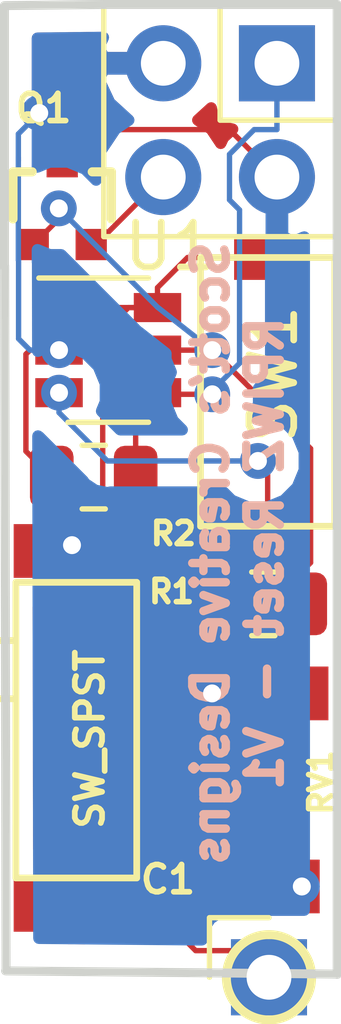
<source format=kicad_pcb>
(kicad_pcb (version 20171130) (host pcbnew "(5.0.1)-rc2")

  (general
    (thickness 1.6)
    (drawings 8)
    (tracks 102)
    (zones 0)
    (modules 10)
    (nets 8)
  )

  (page A4)
  (layers
    (0 F.Cu signal hide)
    (31 B.Cu signal hide)
    (32 B.Adhes user)
    (33 F.Adhes user)
    (34 B.Paste user)
    (35 F.Paste user)
    (36 B.SilkS user hide)
    (37 F.SilkS user)
    (38 B.Mask user)
    (39 F.Mask user)
    (40 Dwgs.User user)
    (41 Cmts.User user)
    (42 Eco1.User user)
    (43 Eco2.User user)
    (44 Edge.Cuts user)
    (45 Margin user)
    (46 B.CrtYd user)
    (47 F.CrtYd user)
    (48 B.Fab user)
    (49 F.Fab user)
  )

  (setup
    (last_trace_width 0.12)
    (trace_clearance 0.15)
    (zone_clearance 0.508)
    (zone_45_only no)
    (trace_min 0.1)
    (segment_width 0.2)
    (edge_width 0.15)
    (via_size 0.8)
    (via_drill 0.4)
    (via_min_size 0.4)
    (via_min_drill 0.3)
    (uvia_size 0.3)
    (uvia_drill 0.1)
    (uvias_allowed no)
    (uvia_min_size 0.2)
    (uvia_min_drill 0.1)
    (pcb_text_width 0.3)
    (pcb_text_size 1.5 1.5)
    (mod_edge_width 0.15)
    (mod_text_size 1 1)
    (mod_text_width 0.15)
    (pad_size 1.524 1.524)
    (pad_drill 0.762)
    (pad_to_mask_clearance 0.051)
    (solder_mask_min_width 0.25)
    (aux_axis_origin 0 0)
    (visible_elements 7FFFFFFF)
    (pcbplotparams
      (layerselection 0x010fc_ffffffff)
      (usegerberextensions false)
      (usegerberattributes false)
      (usegerberadvancedattributes false)
      (creategerberjobfile false)
      (excludeedgelayer true)
      (linewidth 0.100000)
      (plotframeref false)
      (viasonmask false)
      (mode 1)
      (useauxorigin false)
      (hpglpennumber 1)
      (hpglpenspeed 20)
      (hpglpendiameter 15.000000)
      (psnegative false)
      (psa4output false)
      (plotreference true)
      (plotvalue true)
      (plotinvisibletext false)
      (padsonsilk false)
      (subtractmaskfromsilk false)
      (outputformat 1)
      (mirror false)
      (drillshape 0)
      (scaleselection 1)
      (outputdirectory "Gerber/"))
  )

  (net 0 "")
  (net 1 GND)
  (net 2 +5V)
  (net 3 /GPIO26)
  (net 4 /RUN)
  (net 5 "Net-(RV1-Pad1)")
  (net 6 "Net-(J2-Pad1)")
  (net 7 "Net-(Q1-Pad1)")

  (net_class Default "This is the default net class."
    (clearance 0.15)
    (trace_width 0.12)
    (via_dia 0.8)
    (via_drill 0.4)
    (uvia_dia 0.3)
    (uvia_drill 0.1)
    (add_net +5V)
    (add_net /GPIO26)
    (add_net /RUN)
    (add_net GND)
    (add_net "Net-(J2-Pad1)")
    (add_net "Net-(Q1-Pad1)")
    (add_net "Net-(RV1-Pad1)")
  )

  (module EbayParts:Tact_SMD_Switch (layer F.Cu) (tedit 5BB9AD08) (tstamp 5C1F0D33)
    (at 149.36216 74.00544 90)
    (path /5BF4F7ED)
    (fp_text reference SW1 (at 3.3965 -1.373 90) (layer F.SilkS)
      (effects (font (size 1 1) (thickness 0.15)))
    )
    (fp_text value SW_Push (at 3 -5 90) (layer F.Fab)
      (effects (font (size 1 1) (thickness 0.15)))
    )
    (fp_line (start 0 -3) (end 0 0) (layer F.SilkS) (width 0.15))
    (fp_line (start 6 -3) (end 0 -3) (layer F.SilkS) (width 0.15))
    (fp_line (start 6 0) (end 6 -3) (layer F.SilkS) (width 0.15))
    (fp_line (start 0 0) (end 6 0) (layer F.SilkS) (width 0.15))
    (pad 1 smd rect (at 0 -1.5 90) (size 1 1.5) (layers F.Cu F.Paste F.Mask)
      (net 5 "Net-(RV1-Pad1)"))
    (pad 2 smd rect (at 6 -1.5 90) (size 1 1.5) (layers F.Cu F.Paste F.Mask)
      (net 2 +5V))
  )

  (module Capacitors:0805 (layer F.Cu) (tedit 5BF4E046) (tstamp 5BF4E0E0)
    (at 147.7264 82.04708 180)
    (descr "GENERIC 2012 (0805) PACKAGE")
    (tags "GENERIC 2012 (0805) PACKAGE")
    (path /5BF4DE0C)
    (attr smd)
    (fp_text reference C1 (at 2.09296 0.15748 180) (layer F.SilkS)
      (effects (font (size 0.6096 0.6096) (thickness 0.127)))
    )
    (fp_text value C_Small (at 0 1.27 180) (layer F.SilkS) hide
      (effects (font (size 0.6096 0.6096) (thickness 0.127)))
    )
    (fp_line (start -1.4986 0.79756) (end -1.4986 -0.79756) (layer F.CrtYd) (width 0.0508))
    (fp_line (start 1.4986 0.79756) (end -1.4986 0.79756) (layer F.CrtYd) (width 0.0508))
    (fp_line (start 1.4986 -0.79756) (end 1.4986 0.79756) (layer F.CrtYd) (width 0.0508))
    (fp_line (start -1.4986 -0.79756) (end 1.4986 -0.79756) (layer F.CrtYd) (width 0.0508))
    (pad 2 smd rect (at 0.89916 0 180) (size 0.79756 1.19888) (layers F.Cu F.Paste F.Mask)
      (net 2 +5V) (solder_mask_margin 0.1016))
    (pad 1 smd rect (at -0.89916 0 180) (size 0.79756 1.19888) (layers F.Cu F.Paste F.Mask)
      (net 1 GND) (solder_mask_margin 0.1016))
  )

  (module Resistor_SMD:R_0805_2012Metric (layer F.Cu) (tedit 5BF50058) (tstamp 5BF4E13F)
    (at 147.76474 75.73772 180)
    (descr "Resistor SMD 0805 (2012 Metric), square (rectangular) end terminal, IPC_7351 nominal, (Body size source: https://docs.google.com/spreadsheets/d/1BsfQQcO9C6DZCsRaXUlFlo91Tg2WpOkGARC1WS5S8t0/edit?usp=sharing), generated with kicad-footprint-generator")
    (tags resistor)
    (path /5BF4DBBF)
    (attr smd)
    (fp_text reference R1 (at 2.05002 0.27432) (layer F.SilkS)
      (effects (font (size 0.5 0.5) (thickness 0.125)))
    )
    (fp_text value R (at 0 1.65 180) (layer F.Fab)
      (effects (font (size 1 1) (thickness 0.15)))
    )
    (fp_text user %R (at 0 0 180) (layer F.Fab)
      (effects (font (size 0.5 0.5) (thickness 0.08)))
    )
    (fp_line (start 1.68 0.95) (end -1.68 0.95) (layer F.CrtYd) (width 0.05))
    (fp_line (start 1.68 -0.95) (end 1.68 0.95) (layer F.CrtYd) (width 0.05))
    (fp_line (start -1.68 -0.95) (end 1.68 -0.95) (layer F.CrtYd) (width 0.05))
    (fp_line (start -1.68 0.95) (end -1.68 -0.95) (layer F.CrtYd) (width 0.05))
    (fp_line (start -0.258578 0.71) (end 0.258578 0.71) (layer F.SilkS) (width 0.12))
    (fp_line (start -0.258578 -0.71) (end 0.258578 -0.71) (layer F.SilkS) (width 0.12))
    (fp_line (start 1 0.6) (end -1 0.6) (layer F.Fab) (width 0.1))
    (fp_line (start 1 -0.6) (end 1 0.6) (layer F.Fab) (width 0.1))
    (fp_line (start -1 -0.6) (end 1 -0.6) (layer F.Fab) (width 0.1))
    (fp_line (start -1 0.6) (end -1 -0.6) (layer F.Fab) (width 0.1))
    (pad 2 smd roundrect (at 0.9375 0 180) (size 0.975 1.4) (layers F.Cu F.Paste F.Mask) (roundrect_rratio 0.25)
      (net 2 +5V))
    (pad 1 smd roundrect (at -0.9375 0 180) (size 0.975 1.4) (layers F.Cu F.Paste F.Mask) (roundrect_rratio 0.25)
      (net 7 "Net-(Q1-Pad1)"))
    (model ${KISYS3DMOD}/Resistor_SMD.3dshapes/R_0805_2012Metric.wrl
      (at (xyz 0 0 0))
      (scale (xyz 1 1 1))
      (rotate (xyz 0 0 0))
    )
  )

  (module Resistor_SMD:R_0805_2012Metric (layer F.Cu) (tedit 5BF4E19A) (tstamp 5BF4E150)
    (at 143.97506 72.90816)
    (descr "Resistor SMD 0805 (2012 Metric), square (rectangular) end terminal, IPC_7351 nominal, (Body size source: https://docs.google.com/spreadsheets/d/1BsfQQcO9C6DZCsRaXUlFlo91Tg2WpOkGARC1WS5S8t0/edit?usp=sharing), generated with kicad-footprint-generator")
    (tags resistor)
    (path /5BF4E00B)
    (attr smd)
    (fp_text reference R2 (at 1.7803 1.25984) (layer F.SilkS)
      (effects (font (size 0.5 0.5) (thickness 0.125)))
    )
    (fp_text value R (at 0 1.65) (layer F.Fab)
      (effects (font (size 1 1) (thickness 0.15)))
    )
    (fp_text user %R (at 0 0) (layer F.Fab)
      (effects (font (size 0.5 0.5) (thickness 0.08)))
    )
    (fp_line (start 1.68 0.95) (end -1.68 0.95) (layer F.CrtYd) (width 0.05))
    (fp_line (start 1.68 -0.95) (end 1.68 0.95) (layer F.CrtYd) (width 0.05))
    (fp_line (start -1.68 -0.95) (end 1.68 -0.95) (layer F.CrtYd) (width 0.05))
    (fp_line (start -1.68 0.95) (end -1.68 -0.95) (layer F.CrtYd) (width 0.05))
    (fp_line (start -0.258578 0.71) (end 0.258578 0.71) (layer F.SilkS) (width 0.12))
    (fp_line (start -0.258578 -0.71) (end 0.258578 -0.71) (layer F.SilkS) (width 0.12))
    (fp_line (start 1 0.6) (end -1 0.6) (layer F.Fab) (width 0.1))
    (fp_line (start 1 -0.6) (end 1 0.6) (layer F.Fab) (width 0.1))
    (fp_line (start -1 -0.6) (end 1 -0.6) (layer F.Fab) (width 0.1))
    (fp_line (start -1 0.6) (end -1 -0.6) (layer F.Fab) (width 0.1))
    (pad 2 smd roundrect (at 0.9375 0) (size 0.975 1.4) (layers F.Cu F.Paste F.Mask) (roundrect_rratio 0.25)
      (net 3 /GPIO26))
    (pad 1 smd roundrect (at -0.9375 0) (size 0.975 1.4) (layers F.Cu F.Paste F.Mask) (roundrect_rratio 0.25)
      (net 1 GND))
    (model ${KISYS3DMOD}/Resistor_SMD.3dshapes/R_0805_2012Metric.wrl
      (at (xyz 0 0 0))
      (scale (xyz 1 1 1))
      (rotate (xyz 0 0 0))
    )
  )

  (module CustomFP:Bourns_TC33X-2 (layer F.Cu) (tedit 5BF50069) (tstamp 5BF50EE8)
    (at 147.61972 80.137 180)
    (path /5BF4D368)
    (fp_text reference RV1 (at -1.43256 0.41148 270) (layer F.SilkS)
      (effects (font (size 0.5 0.5) (thickness 0.125)))
    )
    (fp_text value R_POT (at 0 -4.8 180) (layer F.Fab)
      (effects (font (size 1 1) (thickness 0.15)))
    )
    (pad 3 smd rect (at -1 2.4 180) (size 1.2 1.2) (layers F.Cu F.Paste F.Mask))
    (pad 2 smd rect (at 1 2.4 180) (size 1.2 1.2) (layers F.Cu F.Paste F.Mask)
      (net 1 GND))
    (pad 1 smd rect (at 0 0 180) (size 1.6 1.5) (layers F.Cu F.Paste F.Mask)
      (net 5 "Net-(RV1-Pad1)"))
  )

  (module Package_TO_SOT_SMD:SOT-23-6 (layer F.Cu) (tedit 5A02FF57) (tstamp 5C1F15C2)
    (at 144.30012 70.07352)
    (descr "6-pin SOT-23 package")
    (tags SOT-23-6)
    (path /5BF60E19)
    (attr smd)
    (fp_text reference U1 (at 1.37396 -2.3114 180) (layer F.SilkS)
      (effects (font (size 1 1) (thickness 0.15)))
    )
    (fp_text value TPL5111 (at 0 2.9) (layer F.Fab)
      (effects (font (size 1 1) (thickness 0.15)))
    )
    (fp_text user %R (at 0 0 90) (layer F.Fab)
      (effects (font (size 0.5 0.5) (thickness 0.075)))
    )
    (fp_line (start -0.9 1.61) (end 0.9 1.61) (layer F.SilkS) (width 0.12))
    (fp_line (start 0.9 -1.61) (end -1.55 -1.61) (layer F.SilkS) (width 0.12))
    (fp_line (start 1.9 -1.8) (end -1.9 -1.8) (layer F.CrtYd) (width 0.05))
    (fp_line (start 1.9 1.8) (end 1.9 -1.8) (layer F.CrtYd) (width 0.05))
    (fp_line (start -1.9 1.8) (end 1.9 1.8) (layer F.CrtYd) (width 0.05))
    (fp_line (start -1.9 -1.8) (end -1.9 1.8) (layer F.CrtYd) (width 0.05))
    (fp_line (start -0.9 -0.9) (end -0.25 -1.55) (layer F.Fab) (width 0.1))
    (fp_line (start 0.9 -1.55) (end -0.25 -1.55) (layer F.Fab) (width 0.1))
    (fp_line (start -0.9 -0.9) (end -0.9 1.55) (layer F.Fab) (width 0.1))
    (fp_line (start 0.9 1.55) (end -0.9 1.55) (layer F.Fab) (width 0.1))
    (fp_line (start 0.9 -1.55) (end 0.9 1.55) (layer F.Fab) (width 0.1))
    (pad 1 smd rect (at -1.1 -0.95) (size 1.06 0.65) (layers F.Cu F.Paste F.Mask)
      (net 2 +5V))
    (pad 2 smd rect (at -1.1 0) (size 1.06 0.65) (layers F.Cu F.Paste F.Mask)
      (net 1 GND))
    (pad 3 smd rect (at -1.1 0.95) (size 1.06 0.65) (layers F.Cu F.Paste F.Mask)
      (net 5 "Net-(RV1-Pad1)"))
    (pad 4 smd rect (at 1.1 0.95) (size 1.06 0.65) (layers F.Cu F.Paste F.Mask)
      (net 3 /GPIO26))
    (pad 6 smd rect (at 1.1 -0.95) (size 1.06 0.65) (layers F.Cu F.Paste F.Mask)
      (net 2 +5V))
    (pad 5 smd rect (at 1.1 0) (size 1.06 0.65) (layers F.Cu F.Paste F.Mask)
      (net 7 "Net-(Q1-Pad1)"))
    (model ${KISYS3DMOD}/Package_TO_SOT_SMD.3dshapes/SOT-23-6.wrl
      (at (xyz 0 0 0))
      (scale (xyz 1 1 1))
      (rotate (xyz 0 0 0))
    )
  )

  (module Connector_PinHeader_2.54mm:PinHeader_2x02_P2.54mm_Vertical (layer F.Cu) (tedit 5BF4E187) (tstamp 5C11F43C)
    (at 148.0693 63.67018 270)
    (descr "Through hole straight pin header, 2x02, 2.54mm pitch, double rows")
    (tags "Through hole pin header THT 2x02 2.54mm double row")
    (path /5BF58F0D)
    (fp_text reference J1 (at 1.27 -2.33 270) (layer F.SilkS) hide
      (effects (font (size 1 1) (thickness 0.15)))
    )
    (fp_text value RPI_Conn (at -2.56794 1.62814) (layer F.Fab)
      (effects (font (size 1 1) (thickness 0.15)))
    )
    (fp_line (start 0 -1.27) (end 3.81 -1.27) (layer F.Fab) (width 0.1))
    (fp_line (start 3.81 -1.27) (end 3.81 3.81) (layer F.Fab) (width 0.1))
    (fp_line (start 3.81 3.81) (end -1.27 3.81) (layer F.Fab) (width 0.1))
    (fp_line (start -1.27 3.81) (end -1.27 0) (layer F.Fab) (width 0.1))
    (fp_line (start -1.27 0) (end 0 -1.27) (layer F.Fab) (width 0.1))
    (fp_line (start -1.33 3.87) (end 3.87 3.87) (layer F.SilkS) (width 0.12))
    (fp_line (start -1.33 1.27) (end -1.33 3.87) (layer F.SilkS) (width 0.12))
    (fp_line (start 3.87 -1.33) (end 3.87 3.87) (layer F.SilkS) (width 0.12))
    (fp_line (start -1.33 1.27) (end 1.27 1.27) (layer F.SilkS) (width 0.12))
    (fp_line (start 1.27 1.27) (end 1.27 -1.33) (layer F.SilkS) (width 0.12))
    (fp_line (start 1.27 -1.33) (end 3.87 -1.33) (layer F.SilkS) (width 0.12))
    (fp_line (start -1.33 0) (end -1.33 -1.33) (layer F.SilkS) (width 0.12))
    (fp_line (start -1.33 -1.33) (end 0 -1.33) (layer F.SilkS) (width 0.12))
    (fp_line (start -1.8 -1.8) (end -1.8 4.35) (layer F.CrtYd) (width 0.05))
    (fp_line (start -1.8 4.35) (end 4.35 4.35) (layer F.CrtYd) (width 0.05))
    (fp_line (start 4.35 4.35) (end 4.35 -1.8) (layer F.CrtYd) (width 0.05))
    (fp_line (start 4.35 -1.8) (end -1.8 -1.8) (layer F.CrtYd) (width 0.05))
    (fp_text user %R (at 1.27 1.27) (layer F.Fab)
      (effects (font (size 1 1) (thickness 0.15)))
    )
    (pad 1 thru_hole rect (at 0 0 270) (size 1.7 1.7) (drill 1) (layers *.Cu *.Mask)
      (net 3 /GPIO26))
    (pad 2 thru_hole oval (at 2.54 0 270) (size 1.7 1.7) (drill 1) (layers *.Cu *.Mask)
      (net 1 GND))
    (pad 3 thru_hole oval (at 0 2.54 270) (size 1.7 1.7) (drill 1) (layers *.Cu *.Mask)
      (net 1 GND))
    (pad 4 thru_hole oval (at 2.54 2.54 270) (size 1.7 1.7) (drill 1) (layers *.Cu *.Mask)
      (net 4 /RUN))
    (model ${KISYS3DMOD}/Connector_PinHeader_2.54mm.3dshapes/PinHeader_2x02_P2.54mm_Vertical.wrl
      (at (xyz 0 0 0))
      (scale (xyz 1 1 1))
      (rotate (xyz 0 0 0))
    )
  )

  (module Connector_PinHeader_2.54mm:PinHeader_1x01_P2.54mm_Vertical (layer F.Cu) (tedit 5BF50071) (tstamp 5C11F785)
    (at 147.8915 84.074)
    (descr "Through hole straight pin header, 1x01, 2.54mm pitch, single row")
    (tags "Through hole pin header THT 1x01 2.54mm single row")
    (path /5BF4DFAA)
    (fp_text reference J2 (at 2.66446 -1.03124) (layer F.SilkS) hide
      (effects (font (size 1 1) (thickness 0.15)))
    )
    (fp_text value Conn_01x01 (at 0 2.33) (layer F.Fab)
      (effects (font (size 1 1) (thickness 0.15)))
    )
    (fp_line (start -0.635 -1.27) (end 1.27 -1.27) (layer F.Fab) (width 0.1))
    (fp_line (start 1.27 -1.27) (end 1.27 1.27) (layer F.Fab) (width 0.1))
    (fp_line (start 1.27 1.27) (end -1.27 1.27) (layer F.Fab) (width 0.1))
    (fp_line (start -1.27 1.27) (end -1.27 -0.635) (layer F.Fab) (width 0.1))
    (fp_line (start -1.27 -0.635) (end -0.635 -1.27) (layer F.Fab) (width 0.1))
    (fp_line (start -1.33 1.33) (end 1.33 1.33) (layer F.SilkS) (width 0.12))
    (fp_line (start -1.33 1.27) (end -1.33 1.33) (layer F.SilkS) (width 0.12))
    (fp_line (start 1.33 1.27) (end 1.33 1.33) (layer F.SilkS) (width 0.12))
    (fp_line (start -1.33 1.27) (end 1.33 1.27) (layer F.SilkS) (width 0.12))
    (fp_line (start -1.33 0) (end -1.33 -1.33) (layer F.SilkS) (width 0.12))
    (fp_line (start -1.33 -1.33) (end 0 -1.33) (layer F.SilkS) (width 0.12))
    (fp_line (start -1.8 -1.8) (end -1.8 1.8) (layer F.CrtYd) (width 0.05))
    (fp_line (start -1.8 1.8) (end 1.8 1.8) (layer F.CrtYd) (width 0.05))
    (fp_line (start 1.8 1.8) (end 1.8 -1.8) (layer F.CrtYd) (width 0.05))
    (fp_line (start 1.8 -1.8) (end -1.8 -1.8) (layer F.CrtYd) (width 0.05))
    (fp_text user %R (at 0 0 90) (layer F.Fab)
      (effects (font (size 1 1) (thickness 0.15)))
    )
    (pad 1 thru_hole rect (at 0 0) (size 1.7 1.7) (drill 1) (layers *.Cu *.Mask)
      (net 6 "Net-(J2-Pad1)"))
    (model ${KISYS3DMOD}/Connector_PinHeader_2.54mm.3dshapes/PinHeader_1x01_P2.54mm_Vertical.wrl
      (at (xyz 0 0 0))
      (scale (xyz 1 1 1))
      (rotate (xyz 0 0 0))
    )
  )

  (module Silicon-Standard:SOT323 (layer F.Cu) (tedit 5BF50042) (tstamp 5C1F0B7A)
    (at 143.27124 66.79184)
    (path /5BF5049E)
    (attr smd)
    (fp_text reference Q1 (at -0.41656 -2.11836 180) (layer F.SilkS)
      (effects (font (size 0.6096 0.6096) (thickness 0.127)))
    )
    (fp_text value BSS83P (at -4.90728 -2.42824 180) (layer F.SilkS) hide
      (effects (font (size 0.6096 0.6096) (thickness 0.127)))
    )
    (fp_line (start 1.12014 -0.6604) (end 1.12014 0.6604) (layer Dwgs.User) (width 0.1524))
    (fp_line (start 1.12014 0.6604) (end -1.12014 0.6604) (layer Dwgs.User) (width 0.1524))
    (fp_line (start -1.12014 0.6604) (end -1.12014 -0.6604) (layer Dwgs.User) (width 0.1524))
    (fp_line (start -1.12014 -0.6604) (end 1.12014 -0.6604) (layer Dwgs.User) (width 0.1524))
    (fp_line (start -0.67056 -0.6985) (end -1.09982 -0.6985) (layer F.SilkS) (width 0.2032))
    (fp_line (start -1.09982 -0.6985) (end -1.09982 0.35306) (layer F.SilkS) (width 0.2032))
    (fp_line (start 0.67056 -0.6985) (end 1.09982 -0.6985) (layer F.SilkS) (width 0.2032))
    (fp_line (start 1.09982 -0.6985) (end 1.09982 0.35306) (layer F.SilkS) (width 0.2032))
    (pad 1 smd rect (at -0.6477 0.92456) (size 0.6985 0.6985) (layers F.Cu F.Paste F.Mask)
      (net 7 "Net-(Q1-Pad1)") (solder_mask_margin 0.1016))
    (pad 2 smd rect (at 0.6477 0.92456) (size 0.6985 0.6985) (layers F.Cu F.Paste F.Mask)
      (net 4 /RUN) (solder_mask_margin 0.1016))
    (pad 3 smd rect (at 0 -0.92456) (size 0.6985 0.6985) (layers F.Cu F.Paste F.Mask)
      (net 1 GND) (solder_mask_margin 0.1016))
  )

  (module CustomFP:SWITCH_SPDT_PTH (layer F.Cu) (tedit 5A74BBA0) (tstamp 5C1F0CCF)
    (at 143.5862 78.55712)
    (descr "SPDT PTH SLIDE SWITCH")
    (tags "SPDT PTH SLIDE SWITCH")
    (path /5BF4FC1D)
    (attr virtual)
    (fp_text reference SW2 (at -2.7178 0 90) (layer F.SilkS)
      (effects (font (size 0.6096 0.6096) (thickness 0.127)))
    )
    (fp_text value SW_SPST (at 0.3 0.2 90) (layer F.SilkS)
      (effects (font (size 0.6096 0.6096) (thickness 0.127)))
    )
    (fp_line (start -1.4 -0.7) (end -2.9 -0.7) (layer F.SilkS) (width 0.15))
    (fp_line (start -2.9 -0.7) (end -2.9 -2) (layer F.SilkS) (width 0.15))
    (fp_line (start -2.9 -2) (end -1.4 -2) (layer F.SilkS) (width 0.15))
    (fp_line (start 1.35 -3.3) (end -1.35 -3.3) (layer F.SilkS) (width 0.15))
    (fp_line (start 1.35 -3.3) (end 1.35 3.3) (layer F.SilkS) (width 0.15))
    (fp_line (start 1.35 3.3) (end -1.35 3.3) (layer F.SilkS) (width 0.15))
    (fp_line (start -1.35 -3.3) (end -1.35 3.3) (layer F.SilkS) (width 0.15))
    (pad "" smd rect (at 1.1 -4 90) (size 1.2 0.6) (layers F.Cu F.Paste F.Mask)
      (solder_mask_margin 0.1016))
    (pad "" smd rect (at -1.1 -4 90) (size 1.2 0.6) (layers F.Cu F.Paste F.Mask)
      (solder_mask_margin 0.1016))
    (pad "" smd rect (at 1.1 3.9 90) (size 1.2 0.6) (layers F.Cu F.Paste F.Mask)
      (solder_mask_margin 0.1016))
    (pad 3 smd rect (at 2.1 2.2) (size 1.2 0.6) (layers F.Cu F.Paste F.Mask)
      (solder_mask_margin 0.1016))
    (pad 2 smd rect (at 2.1 0.7) (size 1.2 0.6) (layers F.Cu F.Paste F.Mask)
      (net 6 "Net-(J2-Pad1)") (solder_mask_margin 0.1016))
    (pad "" smd rect (at -1.1 3.9 90) (size 1.2 0.6) (layers F.Cu F.Paste F.Mask)
      (solder_mask_margin 0.1016))
    (pad 1 smd rect (at 2.1 -2.2) (size 1.2 0.6) (layers F.Cu F.Paste F.Mask)
      (net 2 +5V) (solder_mask_margin 0.1016))
  )

  (gr_line (start 142.00632 83.93176) (end 149.41804 84.00288) (layer Edge.Cuts) (width 0.2))
  (gr_line (start 141.98092 62.3824) (end 144.2085 62.357) (layer Edge.Cuts) (width 0.2))
  (gr_line (start 141.98092 68.24472) (end 141.98092 62.40272) (layer Edge.Cuts) (width 0.2))
  (gr_line (start 142.01648 83.93176) (end 141.986 68.199) (layer Edge.Cuts) (width 0.2))
  (gr_line (start 149.4155 62.357) (end 149.4155 84.0105) (layer Edge.Cuts) (width 0.2))
  (gr_line (start 144.2085 62.357) (end 149.4155 62.357) (layer Edge.Cuts) (width 0.2))
  (gr_text "Scott's Creative Designs\nRPIWZ Reset - V1" (at 147.193 74.6125 90) (layer B.SilkS)
    (effects (font (size 0.75 0.75) (thickness 0.1875)) (justify mirror))
  )
  (gr_circle (center 147.8915 84.074) (end 148.463 84.836) (layer F.SilkS) (width 0.2))

  (segment (start 144.99909 63.67018) (end 145.5293 63.67018) (width 0.12) (layer F.Cu) (net 1))
  (via (at 148.62556 82.04708) (size 0.8) (drill 0.4) (layers F.Cu B.Cu) (net 1))
  (via (at 148.62556 82.04708) (size 0.8) (drill 0.4) (layers F.Cu B.Cu) (net 1))
  (via (at 146.61972 77.737) (size 0.8) (drill 0.4) (layers F.Cu B.Cu) (net 1))
  (via (at 143.48968 74.42708) (size 0.8) (drill 0.4) (layers F.Cu B.Cu) (net 1))
  (segment (start 142.481323 72.351923) (end 143.03756 72.90816) (width 0.12) (layer F.Cu) (net 1))
  (segment (start 142.460119 72.330719) (end 142.481323 72.351923) (width 0.12) (layer F.Cu) (net 1))
  (segment (start 142.460119 70.163521) (end 142.460119 72.330719) (width 0.12) (layer F.Cu) (net 1))
  (segment (start 142.55012 70.07352) (end 142.460119 70.163521) (width 0.12) (layer F.Cu) (net 1))
  (segment (start 143.20012 70.07352) (end 142.55012 70.07352) (width 0.12) (layer F.Cu) (net 1))
  (via (at 143.20012 70.07352) (size 0.8) (drill 0.4) (layers F.Cu B.Cu) (net 1))
  (segment (start 147.219301 65.360181) (end 148.0693 66.21018) (width 0.12) (layer F.Cu) (net 1))
  (segment (start 147.009299 65.150179) (end 147.219301 65.360181) (width 0.12) (layer F.Cu) (net 1))
  (segment (start 144.457591 65.150179) (end 147.009299 65.150179) (width 0.12) (layer F.Cu) (net 1))
  (segment (start 143.03756 73.97496) (end 143.48968 74.42708) (width 0.12) (layer F.Cu) (net 1))
  (segment (start 143.03756 72.90816) (end 143.03756 73.97496) (width 0.12) (layer F.Cu) (net 1))
  (segment (start 142.29601 68.07059) (end 142.29093 68.06551) (width 0.12) (layer B.Cu) (net 1))
  (segment (start 142.29601 69.81941) (end 142.29601 68.07059) (width 0.12) (layer B.Cu) (net 1))
  (segment (start 143.20012 70.07352) (end 142.55012 70.07352) (width 0.12) (layer B.Cu) (net 1))
  (segment (start 142.55012 70.07352) (end 142.29601 69.81941) (width 0.12) (layer B.Cu) (net 1))
  (segment (start 144.437771 65.169999) (end 144.457591 65.150179) (width 0.12) (layer F.Cu) (net 1))
  (segment (start 143.28648 65.85204) (end 143.27124 65.86728) (width 0.12) (layer F.Cu) (net 1))
  (segment (start 143.74049 65.86728) (end 143.27124 65.86728) (width 0.12) (layer F.Cu) (net 1))
  (segment (start 144.457591 65.150179) (end 143.74049 65.86728) (width 0.12) (layer F.Cu) (net 1))
  (via (at 142.75816 64.78016) (size 0.8) (drill 0.4) (layers F.Cu B.Cu) (net 1))
  (segment (start 142.29093 65.24739) (end 142.75816 64.78016) (width 0.12) (layer B.Cu) (net 1))
  (segment (start 142.29093 65.84188) (end 142.29093 65.24739) (width 0.12) (layer B.Cu) (net 1))
  (segment (start 142.29093 65.84188) (end 142.29093 65.76555) (width 0.12) (layer B.Cu) (net 1))
  (segment (start 142.29093 68.06551) (end 142.29093 65.84188) (width 0.12) (layer B.Cu) (net 1))
  (segment (start 143.27124 65.29324) (end 143.27124 65.86728) (width 0.12) (layer F.Cu) (net 1))
  (segment (start 142.75816 64.78016) (end 143.27124 65.29324) (width 0.12) (layer F.Cu) (net 1))
  (segment (start 145.851719 78.547001) (end 145.6862 78.381482) (width 0.12) (layer F.Cu) (net 2))
  (segment (start 146.254083 78.547001) (end 145.851719 78.547001) (width 0.12) (layer F.Cu) (net 2))
  (segment (start 146.496201 78.789119) (end 146.254083 78.547001) (width 0.12) (layer F.Cu) (net 2))
  (segment (start 146.496201 79.725121) (end 146.496201 78.789119) (width 0.12) (layer F.Cu) (net 2))
  (segment (start 146.4564 79.764922) (end 146.496201 79.725121) (width 0.12) (layer F.Cu) (net 2))
  (segment (start 145.6862 76.77712) (end 145.6862 76.35712) (width 0.12) (layer F.Cu) (net 2))
  (segment (start 146.4564 80.249318) (end 146.4564 79.764922) (width 0.12) (layer F.Cu) (net 2))
  (segment (start 146.496201 80.996601) (end 146.496201 80.289119) (width 0.12) (layer F.Cu) (net 2))
  (segment (start 146.496201 80.289119) (end 146.4564 80.249318) (width 0.12) (layer F.Cu) (net 2))
  (segment (start 146.82724 81.32764) (end 146.496201 80.996601) (width 0.12) (layer F.Cu) (net 2))
  (segment (start 145.6862 78.381482) (end 145.6862 76.77712) (width 0.12) (layer F.Cu) (net 2))
  (segment (start 146.82724 82.04708) (end 146.82724 81.32764) (width 0.12) (layer F.Cu) (net 2))
  (segment (start 146.20784 76.35712) (end 145.6862 76.35712) (width 0.12) (layer F.Cu) (net 2))
  (segment (start 146.82724 75.73772) (end 146.20784 76.35712) (width 0.12) (layer F.Cu) (net 2))
  (segment (start 145.40012 68.67852) (end 145.40012 69.12352) (width 0.12) (layer F.Cu) (net 2))
  (segment (start 146.0732 68.00544) (end 145.40012 68.67852) (width 0.12) (layer F.Cu) (net 2))
  (segment (start 147.86216 68.00544) (end 146.0732 68.00544) (width 0.12) (layer F.Cu) (net 2))
  (segment (start 143.20012 69.12352) (end 145.40012 69.12352) (width 0.12) (layer F.Cu) (net 2))
  (segment (start 144.75012 69.12352) (end 145.40012 69.12352) (width 0.12) (layer F.Cu) (net 2))
  (segment (start 144.176199 69.697441) (end 144.75012 69.12352) (width 0.12) (layer F.Cu) (net 2))
  (segment (start 144.176199 75.325121) (end 144.176199 69.697441) (width 0.12) (layer F.Cu) (net 2))
  (segment (start 144.588798 75.73772) (end 144.176199 75.325121) (width 0.12) (layer F.Cu) (net 2))
  (segment (start 146.82724 75.73772) (end 144.588798 75.73772) (width 0.12) (layer F.Cu) (net 2))
  (segment (start 144.91256 71.51108) (end 145.40012 71.02352) (width 0.12) (layer F.Cu) (net 3))
  (segment (start 144.91256 72.90816) (end 144.91256 71.51108) (width 0.12) (layer F.Cu) (net 3))
  (via (at 146.62404 71.05904) (size 0.8) (drill 0.4) (layers F.Cu B.Cu) (net 3))
  (segment (start 147.560499 65.150179) (end 147.009299 65.701379) (width 0.12) (layer B.Cu) (net 3))
  (segment (start 148.0693 63.67018) (end 148.0693 65.150179) (width 0.12) (layer B.Cu) (net 3))
  (segment (start 148.0693 65.150179) (end 147.560499 65.150179) (width 0.12) (layer B.Cu) (net 3))
  (segment (start 145.43564 71.05904) (end 145.40012 71.02352) (width 0.12) (layer F.Cu) (net 3))
  (segment (start 146.62404 71.05904) (end 145.43564 71.05904) (width 0.12) (layer F.Cu) (net 3))
  (segment (start 147.009299 66.718981) (end 147.009299 65.701379) (width 0.12) (layer B.Cu) (net 3))
  (segment (start 147.234041 66.943723) (end 147.009299 66.718981) (width 0.12) (layer B.Cu) (net 3))
  (segment (start 147.234041 70.366321) (end 147.234041 66.943723) (width 0.12) (layer B.Cu) (net 3))
  (segment (start 146.62404 70.976322) (end 147.234041 70.366321) (width 0.12) (layer B.Cu) (net 3))
  (segment (start 146.62404 71.05904) (end 146.62404 70.976322) (width 0.12) (layer B.Cu) (net 3))
  (segment (start 144.02308 67.7164) (end 143.91894 67.7164) (width 0.12) (layer F.Cu) (net 4))
  (segment (start 145.5293 66.21018) (end 144.02308 67.7164) (width 0.12) (layer F.Cu) (net 4))
  (via (at 143.20012 71.02352) (size 0.8) (drill 0.4) (layers F.Cu B.Cu) (net 5))
  (via (at 147.64512 72.54748) (size 0.8) (drill 0.4) (layers F.Cu B.Cu) (net 5))
  (segment (start 147.61972 72.57288) (end 147.64512 72.54748) (width 0.12) (layer F.Cu) (net 5))
  (segment (start 147.079435 72.54748) (end 147.64512 72.54748) (width 0.12) (layer B.Cu) (net 5))
  (segment (start 144.27908 72.54748) (end 147.079435 72.54748) (width 0.12) (layer B.Cu) (net 5))
  (segment (start 143.20012 71.46852) (end 144.27908 72.54748) (width 0.12) (layer B.Cu) (net 5))
  (segment (start 143.20012 71.02352) (end 143.20012 71.46852) (width 0.12) (layer B.Cu) (net 5))
  (segment (start 147.86216 74.62544) (end 147.86216 74.00544) (width 0.12) (layer F.Cu) (net 5))
  (segment (start 147.809719 74.677881) (end 147.86216 74.62544) (width 0.12) (layer F.Cu) (net 5))
  (segment (start 147.809719 79.077001) (end 147.809719 74.677881) (width 0.12) (layer F.Cu) (net 5))
  (segment (start 147.61972 79.267) (end 147.809719 79.077001) (width 0.12) (layer F.Cu) (net 5))
  (segment (start 147.61972 80.137) (end 147.61972 79.267) (width 0.12) (layer F.Cu) (net 5))
  (segment (start 147.86216 72.76452) (end 147.64512 72.54748) (width 0.12) (layer F.Cu) (net 5))
  (segment (start 147.86216 74.00544) (end 147.86216 72.76452) (width 0.12) (layer F.Cu) (net 5))
  (segment (start 146.2532 83.47964) (end 146.80692 83.47964) (width 0.12) (layer F.Cu) (net 6))
  (segment (start 146.80692 83.47964) (end 147.77692 83.47964) (width 0.12) (layer F.Cu) (net 6))
  (segment (start 145.3862 79.25712) (end 144.876199 79.767121) (width 0.12) (layer F.Cu) (net 6))
  (segment (start 145.6862 79.25712) (end 145.3862 79.25712) (width 0.12) (layer F.Cu) (net 6))
  (segment (start 144.876199 79.767121) (end 144.876199 81.225121) (width 0.12) (layer F.Cu) (net 6))
  (segment (start 144.876199 81.225121) (end 145.196201 81.545123) (width 0.12) (layer F.Cu) (net 6))
  (segment (start 145.196201 81.545123) (end 145.196201 82.422641) (width 0.12) (layer F.Cu) (net 6))
  (segment (start 145.196201 82.422641) (end 146.2532 83.47964) (width 0.12) (layer F.Cu) (net 6))
  (via (at 143.19504 66.90868) (size 0.8) (drill 0.4) (layers F.Cu B.Cu) (net 7))
  (segment (start 143.19504 67.1449) (end 142.62354 67.7164) (width 0.12) (layer F.Cu) (net 7))
  (segment (start 143.19504 66.90868) (end 143.19504 67.1449) (width 0.12) (layer F.Cu) (net 7))
  (segment (start 145.40012 69.11376) (end 143.19504 66.90868) (width 0.12) (layer B.Cu) (net 7))
  (segment (start 146.62404 70.07352) (end 148.822161 72.271641) (width 0.12) (layer F.Cu) (net 7))
  (segment (start 148.822161 72.271641) (end 148.822161 74.817799) (width 0.12) (layer F.Cu) (net 7))
  (segment (start 148.822161 74.817799) (end 148.70224 74.93772) (width 0.12) (layer F.Cu) (net 7))
  (segment (start 148.70224 74.93772) (end 148.70224 75.73772) (width 0.12) (layer F.Cu) (net 7))
  (segment (start 146.62404 70.07352) (end 145.40012 69.11376) (width 0.12) (layer B.Cu) (net 7))
  (via (at 146.62404 70.07352) (size 0.8) (drill 0.4) (layers F.Cu B.Cu) (net 7))
  (segment (start 145.40012 70.07352) (end 146.62404 70.07352) (width 0.12) (layer F.Cu) (net 7))

  (zone (net 1) (net_name GND) (layer F.Cu) (tstamp 0) (hatch edge 0.508)
    (connect_pads (clearance 0.508))
    (min_thickness 0.254)
    (fill yes (arc_segments 16) (thermal_gap 0.508) (thermal_bridge_width 0.508))
    (polygon
      (pts
        (xy 141.99108 62.37224) (xy 149.352 62.357) (xy 149.352 83.947) (xy 145.923 83.947) (xy 141.97584 83.91144)
        (xy 141.986 80.01) (xy 141.986 68.199) (xy 141.99108 68.21424)
      )
    )
    (filled_polygon
      (pts
        (xy 143.481199 75.256679) (xy 143.467585 75.325121) (xy 143.481199 75.393563) (xy 143.481199 75.393567) (xy 143.521524 75.596295)
        (xy 143.675133 75.826186) (xy 143.73316 75.864959) (xy 144.048958 76.180757) (xy 144.087732 76.238786) (xy 144.317623 76.392395)
        (xy 144.43876 76.416491) (xy 144.43876 76.65712) (xy 144.488043 76.904885) (xy 144.628391 77.114929) (xy 144.838435 77.255277)
        (xy 144.991201 77.285664) (xy 144.9912 78.313039) (xy 144.987982 78.329217) (xy 144.838435 78.358963) (xy 144.628391 78.499311)
        (xy 144.488043 78.709355) (xy 144.43876 78.95712) (xy 144.43876 79.221683) (xy 144.433159 79.227284) (xy 144.375133 79.266056)
        (xy 144.221524 79.495947) (xy 144.181199 79.698675) (xy 144.181199 79.698679) (xy 144.167585 79.767121) (xy 144.181199 79.835564)
        (xy 144.1812 81.156674) (xy 144.167585 81.225121) (xy 144.172951 81.252097) (xy 144.138435 81.258963) (xy 143.928391 81.399311)
        (xy 143.788043 81.609355) (xy 143.73876 81.85712) (xy 143.73876 83.05712) (xy 143.769895 83.213649) (xy 143.403205 83.210131)
        (xy 143.43364 83.05712) (xy 143.43364 81.85712) (xy 143.384357 81.609355) (xy 143.244009 81.399311) (xy 143.033965 81.258963)
        (xy 142.7862 81.20968) (xy 142.746207 81.20968) (xy 142.735735 75.80456) (xy 142.7862 75.80456) (xy 143.033965 75.755277)
        (xy 143.244009 75.614929) (xy 143.384357 75.404885) (xy 143.43364 75.15712) (xy 143.43364 74.24316) (xy 143.481199 74.24316)
      )
    )
    (filled_polygon
      (pts
        (xy 148.680501 82.19408) (xy 148.49856 82.19408) (xy 148.49856 82.17408) (xy 148.47856 82.17408) (xy 148.47856 81.92008)
        (xy 148.49856 81.92008) (xy 148.49856 81.90008) (xy 148.680501 81.90008)
      )
    )
    (filled_polygon
      (pts
        (xy 146.74672 77.61) (xy 146.76672 77.61) (xy 146.76672 77.864) (xy 146.74672 77.864) (xy 146.74672 77.884)
        (xy 146.49272 77.884) (xy 146.49272 77.864) (xy 146.47272 77.864) (xy 146.47272 77.61) (xy 146.49272 77.61)
        (xy 146.49272 77.59) (xy 146.74672 77.59)
      )
    )
    (filled_polygon
      (pts
        (xy 143.16456 72.78116) (xy 143.18456 72.78116) (xy 143.18456 73.03516) (xy 143.16456 73.03516) (xy 143.16456 73.05516)
        (xy 142.91056 73.05516) (xy 142.91056 73.03516) (xy 142.89056 73.03516) (xy 142.89056 72.78116) (xy 142.91056 72.78116)
        (xy 142.91056 72.76116) (xy 143.16456 72.76116)
      )
    )
    (filled_polygon
      (pts
        (xy 148.1963 66.08318) (xy 148.2163 66.08318) (xy 148.2163 66.33718) (xy 148.1963 66.33718) (xy 148.1963 66.35718)
        (xy 147.9423 66.35718) (xy 147.9423 66.33718) (xy 147.9223 66.33718) (xy 147.9223 66.08318) (xy 147.9423 66.08318)
        (xy 147.9423 66.06318) (xy 148.1963 66.06318)
      )
    )
    (filled_polygon
      (pts
        (xy 144.087814 63.313288) (xy 144.208481 63.54318) (xy 145.4023 63.54318) (xy 145.4023 63.52318) (xy 145.6563 63.52318)
        (xy 145.6563 63.54318) (xy 145.6763 63.54318) (xy 145.6763 63.79718) (xy 145.6563 63.79718) (xy 145.6563 63.81718)
        (xy 145.4023 63.81718) (xy 145.4023 63.79718) (xy 144.208481 63.79718) (xy 144.087814 64.027072) (xy 144.334117 64.551538)
        (xy 144.759086 64.938827) (xy 144.458675 65.139555) (xy 144.25549 65.443643) (xy 144.25549 65.39172) (xy 144.158817 65.158331)
        (xy 143.980188 64.979703) (xy 143.746799 64.88303) (xy 143.55699 64.88303) (xy 143.39824 65.04178) (xy 143.39824 65.74028)
        (xy 143.41824 65.74028) (xy 143.41824 65.880857) (xy 143.400914 65.87368) (xy 143.12424 65.87368) (xy 143.12424 65.74028)
        (xy 143.14424 65.74028) (xy 143.14424 65.04178) (xy 142.98549 64.88303) (xy 142.795681 64.88303) (xy 142.71592 64.916068)
        (xy 142.71592 63.109066) (xy 144.191624 63.092239)
      )
    )
    (filled_polygon
      (pts
        (xy 146.621143 64.767945) (xy 146.761491 64.977989) (xy 146.971535 65.118337) (xy 147.081155 65.140141) (xy 146.874117 65.328822)
        (xy 146.813143 65.458658) (xy 146.599925 65.139555) (xy 146.299514 64.938827) (xy 146.600561 64.664472)
      )
    )
  )
  (zone (net 1) (net_name GND) (layer B.Cu) (tstamp 5BF4EA70) (hatch edge 0.508)
    (connect_pads (clearance 0.508))
    (min_thickness 0.254)
    (fill yes (arc_segments 16) (thermal_gap 0.508) (thermal_bridge_width 0.508))
    (polygon
      (pts
        (xy 141.97584 62.34684) (xy 149.352 62.357) (xy 149.352 83.947) (xy 145.923 83.947) (xy 141.99616 83.93684)
        (xy 141.986 80.01) (xy 141.986 68.199) (xy 141.97584 68.18884)
      )
    )
    (filled_polygon
      (pts
        (xy 148.1963 66.08318) (xy 148.2163 66.08318) (xy 148.2163 66.33718) (xy 148.1963 66.33718) (xy 148.1963 67.530335)
        (xy 148.42619 67.651656) (xy 148.6805 67.546324) (xy 148.680501 82.57656) (xy 147.0415 82.57656) (xy 146.793735 82.625843)
        (xy 146.583691 82.766191) (xy 146.443343 82.976235) (xy 146.39406 83.224) (xy 146.39406 83.23883) (xy 142.75007 83.203864)
        (xy 142.728344 71.989156) (xy 142.757081 72.008358) (xy 143.739242 72.99052) (xy 143.778014 73.048546) (xy 144.007905 73.202155)
        (xy 144.210633 73.24248) (xy 144.210637 73.24248) (xy 144.27908 73.256094) (xy 144.347522 73.24248) (xy 146.876409 73.24248)
        (xy 147.05884 73.424911) (xy 147.439246 73.58248) (xy 147.850994 73.58248) (xy 148.2314 73.424911) (xy 148.522551 73.13376)
        (xy 148.68012 72.753354) (xy 148.68012 72.341606) (xy 148.522551 71.9612) (xy 148.2314 71.670049) (xy 147.850994 71.51248)
        (xy 147.556495 71.51248) (xy 147.65904 71.264914) (xy 147.65904 70.9242) (xy 147.677083 70.906157) (xy 147.735106 70.867387)
        (xy 147.773877 70.809363) (xy 147.773879 70.809361) (xy 147.888716 70.637497) (xy 147.911599 70.522454) (xy 147.929041 70.434768)
        (xy 147.929041 70.434765) (xy 147.942655 70.366321) (xy 147.929041 70.297877) (xy 147.929041 67.537332) (xy 147.9423 67.530335)
        (xy 147.9423 66.945507) (xy 147.942655 66.943722) (xy 147.9423 66.941937) (xy 147.9423 66.33718) (xy 147.9223 66.33718)
        (xy 147.9223 66.08318) (xy 147.9423 66.08318) (xy 147.9423 66.06318) (xy 148.1963 66.06318)
      )
    )
    (filled_polygon
      (pts
        (xy 142.989166 67.94368) (xy 143.247163 67.94368) (xy 144.890018 69.586536) (xy 144.917396 69.618425) (xy 144.938297 69.634815)
        (xy 144.95708 69.653598) (xy 144.992031 69.676952) (xy 145.58904 70.145108) (xy 145.58904 70.279394) (xy 145.707872 70.56628)
        (xy 145.58904 70.853166) (xy 145.58904 71.264914) (xy 145.746609 71.64532) (xy 145.953769 71.85248) (xy 144.566958 71.85248)
        (xy 144.149815 71.435338) (xy 144.23512 71.229394) (xy 144.23512 70.817646) (xy 144.077551 70.43724) (xy 143.7864 70.146089)
        (xy 143.405994 69.98852) (xy 142.994246 69.98852) (xy 142.724684 70.100176) (xy 142.720858 68.125189) (xy 142.71592 68.100613)
        (xy 142.71592 67.830498)
      )
    )
    (filled_polygon
      (pts
        (xy 144.087814 63.313288) (xy 144.208481 63.54318) (xy 145.4023 63.54318) (xy 145.4023 63.52318) (xy 145.6563 63.52318)
        (xy 145.6563 63.54318) (xy 145.6763 63.54318) (xy 145.6763 63.79718) (xy 145.6563 63.79718) (xy 145.6563 63.81718)
        (xy 145.4023 63.81718) (xy 145.4023 63.79718) (xy 144.208481 63.79718) (xy 144.087814 64.027072) (xy 144.334117 64.551538)
        (xy 144.759086 64.938827) (xy 144.458675 65.139555) (xy 144.130461 65.630762) (xy 144.015208 66.21018) (xy 144.028854 66.278783)
        (xy 143.78132 66.031249) (xy 143.400914 65.87368) (xy 142.989166 65.87368) (xy 142.71592 65.986862) (xy 142.71592 63.109066)
        (xy 144.191624 63.092239)
      )
    )
  )
)

</source>
